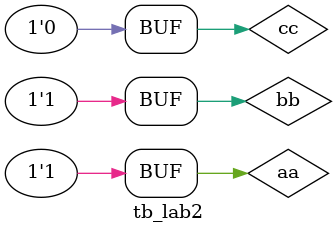
<source format=v>
`timescale 1ns / 1ps


module tb_lab2(

    );

    reg aa, bb, cc;
    wire out1, out2, out3, out4;

    and_or_not_xor U1(aa,bb,cc,out1,out2,out3,out4);

    initial begin
        //initialize variables
        aa = 0;
        bb = 0;
        cc = 0;
        #100
        aa = 1;
        #100
        aa = 0;
        bb = 1;
        #100
        aa = 1;
        #100
        cc = 1;
        #100
        cc = 0;
    
        #1000;
    end

 
endmodule

</source>
